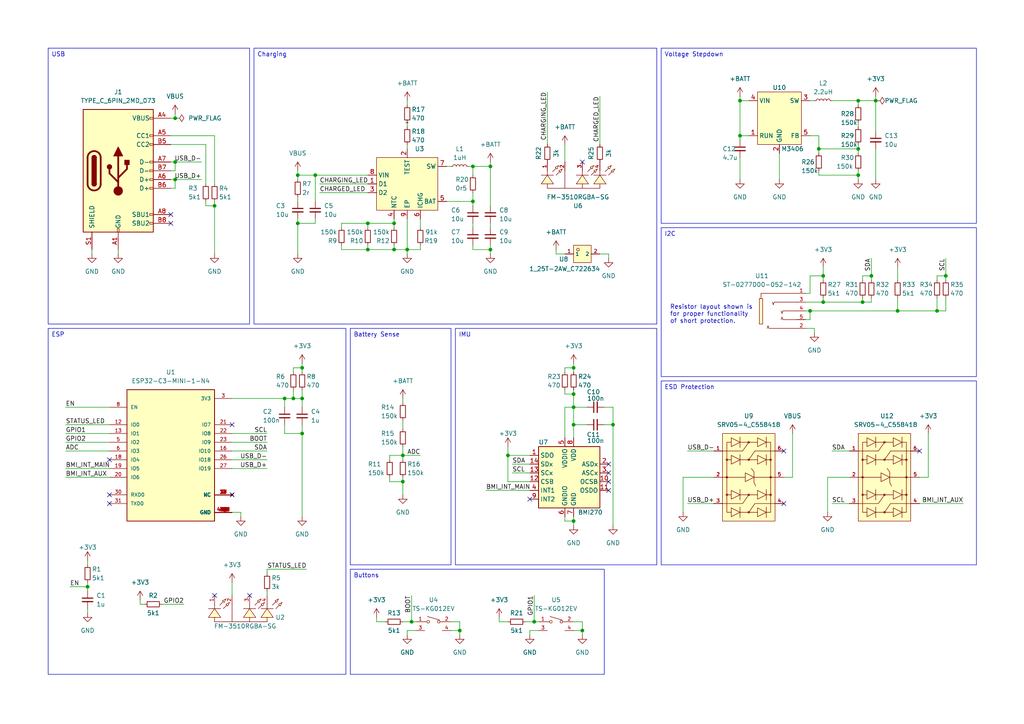
<source format=kicad_sch>
(kicad_sch (version 20230121) (generator eeschema)
  (paper "A4")
  (title_block (title "Lilypad") (rev "V5") (company "LilypadVR"))
  (junction (at 142.24 48.26))
  (junction (at 137.16 48.26))
  (junction (at 274.32 80.01))
  (junction (at 85.09 115.57))
  (junction (at 147.32 132.08))
  (junction (at 248.92 50.8))
  (junction (at 142.24 72.39))
  (junction (at 133.35 182.88))
  (junction (at 166.37 123.19))
  (junction (at 166.37 106.68))
  (junction (at 106.68 64.77))
  (junction (at 166.37 114.3))
  (junction (at 238.76 87.63))
  (junction (at 86.36 50.8))
  (junction (at 114.3 72.39))
  (junction (at 260.35 90.17))
  (junction (at 177.8 123.19))
  (junction (at 250.19 87.63))
  (junction (at 248.92 43.18))
  (junction (at 114.3 64.77))
  (junction (at 62.23 59.69))
  (junction (at 25.4 170.18))
  (junction (at 87.63 125.73))
  (junction (at 248.92 29.21))
  (junction (at 214.63 39.37))
  (junction (at 214.63 29.21))
  (junction (at 166.37 151.13))
  (junction (at 234.95 90.17))
  (junction (at 50.8 46.99))
  (junction (at 50.8 52.07))
  (junction (at 87.63 106.68))
  (junction (at 87.63 115.57))
  (junction (at 137.16 58.42))
  (junction (at 154.94 180.34))
  (junction (at 119.38 180.34))
  (junction (at 254 29.21))
  (junction (at 116.84 132.08))
  (junction (at 238.76 80.01))
  (junction (at 82.55 115.57))
  (junction (at 116.84 139.7))
  (junction (at 166.37 118.11))
  (junction (at 91.44 50.8))
  (junction (at 118.11 72.39))
  (junction (at 106.68 72.39))
  (junction (at 271.78 90.17))
  (junction (at 86.36 64.77))
  (junction (at 50.8 34.29))
  (junction (at 252.73 80.01))
  (junction (at 168.91 182.88))
  (junction (at 237.49 43.18))
  (no_connect (at 227.33 146.05))
  (no_connect (at 31.75 143.51))
  (no_connect (at 67.31 123.19))
  (no_connect (at 168.91 46.99))
  (no_connect (at 176.53 134.62))
  (no_connect (at 62.23 172.72))
  (no_connect (at 176.53 137.16))
  (no_connect (at 176.53 142.24))
  (no_connect (at 176.53 139.7))
  (no_connect (at 72.39 172.72))
  (no_connect (at 49.53 64.77))
  (no_connect (at 49.53 62.23))
  (no_connect (at 227.33 130.81))
  (no_connect (at 153.67 144.78))
  (no_connect (at 266.7 130.81))
  (no_connect (at 67.31 143.51))
  (no_connect (at 31.75 146.05))
  (no_connect (at 31.75 133.35))
  (wire (pts (xy 67.31 168.91) (xy 67.31 172.72)))
  (wire (pts (xy 144.78 179.07) (xy 144.78 180.34)))
  (wire (pts (xy 214.63 27.94) (xy 214.63 29.21)))
  (wire (pts (xy 163.83 151.13) (xy 166.37 151.13)))
  (wire (pts (xy 113.03 139.7) (xy 116.84 139.7)))
  (wire (pts (xy 118.11 182.88) (xy 118.11 184.15)))
  (wire (pts (xy 233.68 87.63) (xy 238.76 87.63)))
  (wire (pts (xy 77.47 128.27) (xy 67.31 128.27)))
  (wire (pts (xy 177.8 123.19) (xy 175.26 123.19)))
  (wire (pts (xy 166.37 151.13) (xy 166.37 152.4)))
  (wire (pts (xy 116.84 139.7) (xy 116.84 143.51)))
  (wire (pts (xy 163.83 151.13) (xy 163.83 149.86)))
  (wire (pts (xy 19.05 138.43) (xy 31.75 138.43)))
  (wire (pts (xy 119.38 180.34) (xy 120.65 180.34)))
  (wire (pts (xy 248.92 43.18) (xy 248.92 44.45)))
  (wire (pts (xy 34.29 73.66) (xy 34.29 72.39)))
  (wire (pts (xy 163.83 114.3) (xy 166.37 114.3)))
  (wire (pts (xy 234.95 80.01) (xy 238.76 80.01)))
  (wire (pts (xy 116.84 115.57) (xy 116.84 116.84)))
  (wire (pts (xy 199.39 146.05) (xy 207.01 146.05)))
  (wire (pts (xy 19.05 130.81) (xy 31.75 130.81)))
  (wire (pts (xy 274.32 90.17) (xy 271.78 90.17)))
  (wire (pts (xy 25.4 168.91) (xy 25.4 170.18)))
  (wire (pts (xy 229.87 138.43) (xy 227.33 138.43)))
  (wire (pts (xy 237.49 43.18) (xy 248.92 43.18)))
  (wire (pts (xy 113.03 139.7) (xy 113.03 138.43)))
  (wire (pts (xy 26.67 73.66) (xy 26.67 72.39)))
  (wire (pts (xy 91.44 58.42) (xy 91.44 50.8)))
  (wire (pts (xy 77.47 165.1) (xy 77.47 166.37)))
  (wire (pts (xy 153.67 182.88) (xy 156.21 182.88)))
  (wire (pts (xy 199.39 130.81) (xy 207.01 130.81)))
  (wire (pts (xy 154.94 172.72) (xy 154.94 180.34)))
  (wire (pts (xy 106.68 72.39) (xy 106.68 71.12)))
  (wire (pts (xy 147.32 129.54) (xy 147.32 132.08)))
  (wire (pts (xy 248.92 30.48) (xy 248.92 29.21)))
  (wire (pts (xy 91.44 63.5) (xy 91.44 64.77)))
  (wire (pts (xy 62.23 59.69) (xy 62.23 58.42)))
  (wire (pts (xy 252.73 74.93) (xy 252.73 80.01)))
  (wire (pts (xy 166.37 114.3) (xy 166.37 118.11)))
  (wire (pts (xy 147.32 132.08) (xy 153.67 132.08)))
  (wire (pts (xy 176.53 73.66) (xy 176.53 74.93)))
  (wire (pts (xy 234.95 85.09) (xy 234.95 80.01)))
  (wire (pts (xy 148.59 137.16) (xy 153.67 137.16)))
  (wire (pts (xy 163.83 118.11) (xy 163.83 127)))
  (wire (pts (xy 260.35 90.17) (xy 271.78 90.17)))
  (wire (pts (xy 152.4 180.34) (xy 154.94 180.34)))
  (wire (pts (xy 67.31 148.59) (xy 69.85 148.59)))
  (wire (pts (xy 87.63 105.41) (xy 87.63 106.68)))
  (wire (pts (xy 19.05 125.73) (xy 31.75 125.73)))
  (wire (pts (xy 274.32 74.93) (xy 274.32 80.01)))
  (wire (pts (xy 118.11 41.91) (xy 118.11 43.18)))
  (wire (pts (xy 87.63 113.03) (xy 87.63 115.57)))
  (wire (pts (xy 87.63 106.68) (xy 87.63 107.95)))
  (wire (pts (xy 274.32 80.01) (xy 271.78 80.01)))
  (wire (pts (xy 118.11 63.5) (xy 118.11 72.39)))
  (wire (pts (xy 118.11 182.88) (xy 120.65 182.88)))
  (wire (pts (xy 260.35 86.36) (xy 260.35 90.17)))
  (wire (pts (xy 130.81 182.88) (xy 133.35 182.88)))
  (wire (pts (xy 85.09 106.68) (xy 85.09 107.95)))
  (wire (pts (xy 77.47 133.35) (xy 67.31 133.35)))
  (wire (pts (xy 166.37 182.88) (xy 168.91 182.88)))
  (wire (pts (xy 226.06 44.45) (xy 226.06 52.07)))
  (wire (pts (xy 177.8 123.19) (xy 177.8 152.4)))
  (wire (pts (xy 238.76 80.01) (xy 238.76 81.28)))
  (wire (pts (xy 238.76 86.36) (xy 238.76 87.63)))
  (wire (pts (xy 86.36 64.77) (xy 86.36 73.66)))
  (wire (pts (xy 248.92 36.83) (xy 248.92 35.56)))
  (wire (pts (xy 166.37 105.41) (xy 166.37 106.68)))
  (wire (pts (xy 166.37 151.13) (xy 166.37 149.86)))
  (wire (pts (xy 241.3 146.05) (xy 246.38 146.05)))
  (wire (pts (xy 137.16 72.39) (xy 137.16 71.12)))
  (wire (pts (xy 106.68 64.77) (xy 114.3 64.77)))
  (wire (pts (xy 19.05 128.27) (xy 31.75 128.27)))
  (wire (pts (xy 25.4 162.56) (xy 25.4 163.83)))
  (wire (pts (xy 116.84 132.08) (xy 121.92 132.08)))
  (wire (pts (xy 137.16 59.69) (xy 137.16 58.42)))
  (wire (pts (xy 50.8 34.29) (xy 52.07 34.29)))
  (wire (pts (xy 147.32 132.08) (xy 147.32 139.7)))
  (wire (pts (xy 46.99 175.26) (xy 53.34 175.26)))
  (wire (pts (xy 86.36 64.77) (xy 91.44 64.77)))
  (wire (pts (xy 260.35 77.47) (xy 260.35 81.28)))
  (wire (pts (xy 158.75 26.67) (xy 158.75 41.91)))
  (wire (pts (xy 87.63 123.19) (xy 87.63 125.73)))
  (wire (pts (xy 106.68 72.39) (xy 114.3 72.39)))
  (wire (pts (xy 116.84 139.7) (xy 116.84 138.43)))
  (wire (pts (xy 133.35 184.15) (xy 133.35 182.88)))
  (wire (pts (xy 92.71 53.34) (xy 106.68 53.34)))
  (wire (pts (xy 82.55 118.11) (xy 82.55 115.57)))
  (wire (pts (xy 87.63 118.11) (xy 87.63 115.57)))
  (wire (pts (xy 271.78 90.17) (xy 271.78 86.36)))
  (wire (pts (xy 240.03 148.59) (xy 240.03 138.43)))
  (wire (pts (xy 99.06 64.77) (xy 106.68 64.77)))
  (wire (pts (xy 85.09 115.57) (xy 87.63 115.57)))
  (wire (pts (xy 147.32 180.34) (xy 144.78 180.34)))
  (wire (pts (xy 248.92 29.21) (xy 254 29.21)))
  (wire (pts (xy 50.8 34.29) (xy 49.53 34.29)))
  (wire (pts (xy 163.83 118.11) (xy 166.37 118.11)))
  (wire (pts (xy 237.49 50.8) (xy 237.49 49.53)))
  (wire (pts (xy 241.3 29.21) (xy 248.92 29.21)))
  (wire (pts (xy 114.3 72.39) (xy 118.11 72.39)))
  (wire (pts (xy 229.87 125.73) (xy 229.87 138.43)))
  (wire (pts (xy 252.73 87.63) (xy 250.19 87.63)))
  (wire (pts (xy 153.67 182.88) (xy 153.67 184.15)))
  (wire (pts (xy 82.55 125.73) (xy 87.63 125.73)))
  (wire (pts (xy 176.53 73.66) (xy 173.99 73.66)))
  (wire (pts (xy 137.16 58.42) (xy 129.54 58.42)))
  (wire (pts (xy 234.95 92.71) (xy 233.68 92.71)))
  (wire (pts (xy 118.11 72.39) (xy 121.92 72.39)))
  (wire (pts (xy 234.95 29.21) (xy 236.22 29.21)))
  (wire (pts (xy 237.49 39.37) (xy 237.49 43.18)))
  (wire (pts (xy 20.32 170.18) (xy 25.4 170.18)))
  (wire (pts (xy 62.23 73.66) (xy 62.23 59.69)))
  (wire (pts (xy 166.37 123.19) (xy 170.18 123.19)))
  (wire (pts (xy 82.55 115.57) (xy 85.09 115.57)))
  (wire (pts (xy 214.63 45.72) (xy 214.63 52.07)))
  (wire (pts (xy 248.92 52.07) (xy 248.92 50.8)))
  (wire (pts (xy 99.06 72.39) (xy 99.06 71.12)))
  (wire (pts (xy 214.63 29.21) (xy 217.17 29.21)))
  (wire (pts (xy 234.95 90.17) (xy 233.68 90.17)))
  (wire (pts (xy 137.16 66.04) (xy 137.16 64.77)))
  (wire (pts (xy 119.38 172.72) (xy 119.38 180.34)))
  (wire (pts (xy 142.24 48.26) (xy 137.16 48.26)))
  (wire (pts (xy 254 29.21) (xy 254 38.1)))
  (wire (pts (xy 86.36 57.15) (xy 86.36 58.42)))
  (wire (pts (xy 114.3 72.39) (xy 114.3 71.12)))
  (wire (pts (xy 50.8 49.53) (xy 49.53 49.53)))
  (wire (pts (xy 50.8 46.99) (xy 50.8 49.53)))
  (wire (pts (xy 59.69 53.34) (xy 59.69 41.91)))
  (wire (pts (xy 177.8 118.11) (xy 175.26 118.11)))
  (wire (pts (xy 25.4 170.18) (xy 25.4 171.45)))
  (wire (pts (xy 106.68 64.77) (xy 106.68 66.04)))
  (wire (pts (xy 99.06 72.39) (xy 106.68 72.39)))
  (wire (pts (xy 118.11 29.21) (xy 118.11 30.48)))
  (wire (pts (xy 163.83 114.3) (xy 163.83 113.03)))
  (wire (pts (xy 113.03 132.08) (xy 116.84 132.08)))
  (wire (pts (xy 49.53 39.37) (xy 62.23 39.37)))
  (wire (pts (xy 85.09 115.57) (xy 85.09 113.03)))
  (wire (pts (xy 116.84 132.08) (xy 116.84 133.35)))
  (wire (pts (xy 137.16 55.88) (xy 137.16 58.42)))
  (wire (pts (xy 234.95 85.09) (xy 233.68 85.09)))
  (wire (pts (xy 237.49 43.18) (xy 237.49 44.45)))
  (wire (pts (xy 237.49 50.8) (xy 248.92 50.8)))
  (wire (pts (xy 67.31 115.57) (xy 82.55 115.57)))
  (wire (pts (xy 118.11 73.66) (xy 118.11 72.39)))
  (wire (pts (xy 137.16 48.26) (xy 135.89 48.26)))
  (wire (pts (xy 58.42 46.99) (xy 50.8 46.99)))
  (wire (pts (xy 166.37 118.11) (xy 166.37 123.19)))
  (wire (pts (xy 252.73 80.01) (xy 252.73 81.28)))
  (wire (pts (xy 260.35 90.17) (xy 234.95 90.17)))
  (wire (pts (xy 250.19 86.36) (xy 250.19 87.63)))
  (wire (pts (xy 86.36 50.8) (xy 86.36 52.07)))
  (wire (pts (xy 77.47 125.73) (xy 67.31 125.73)))
  (wire (pts (xy 130.81 48.26) (xy 129.54 48.26)))
  (wire (pts (xy 137.16 50.8) (xy 137.16 48.26)))
  (wire (pts (xy 214.63 39.37) (xy 217.17 39.37)))
  (wire (pts (xy 236.22 95.25) (xy 233.68 95.25)))
  (wire (pts (xy 198.12 148.59) (xy 198.12 138.43)))
  (wire (pts (xy 59.69 59.69) (xy 59.69 58.42)))
  (wire (pts (xy 50.8 52.07) (xy 49.53 52.07)))
  (wire (pts (xy 133.35 180.34) (xy 133.35 182.88)))
  (wire (pts (xy 271.78 80.01) (xy 271.78 81.28)))
  (wire (pts (xy 99.06 66.04) (xy 99.06 64.77)))
  (wire (pts (xy 234.95 90.17) (xy 234.95 92.71)))
  (wire (pts (xy 109.22 180.34) (xy 111.76 180.34)))
  (wire (pts (xy 114.3 66.04) (xy 114.3 64.77)))
  (wire (pts (xy 168.91 184.15) (xy 168.91 182.88)))
  (wire (pts (xy 269.24 125.73) (xy 269.24 138.43)))
  (wire (pts (xy 58.42 52.07) (xy 50.8 52.07)))
  (wire (pts (xy 116.84 121.92) (xy 116.84 124.46)))
  (wire (pts (xy 252.73 86.36) (xy 252.73 87.63)))
  (wire (pts (xy 113.03 132.08) (xy 113.03 133.35)))
  (wire (pts (xy 91.44 50.8) (xy 86.36 50.8)))
  (wire (pts (xy 163.83 106.68) (xy 163.83 107.95)))
  (wire (pts (xy 86.36 63.5) (xy 86.36 64.77)))
  (wire (pts (xy 238.76 87.63) (xy 250.19 87.63)))
  (wire (pts (xy 154.94 180.34) (xy 156.21 180.34)))
  (wire (pts (xy 254 27.94) (xy 254 29.21)))
  (wire (pts (xy 238.76 77.47) (xy 238.76 80.01)))
  (wire (pts (xy 269.24 138.43) (xy 266.7 138.43)))
  (wire (pts (xy 92.71 55.88) (xy 106.68 55.88)))
  (wire (pts (xy 163.83 106.68) (xy 166.37 106.68)))
  (wire (pts (xy 168.91 180.34) (xy 168.91 182.88)))
  (wire (pts (xy 50.8 54.61) (xy 49.53 54.61)))
  (wire (pts (xy 248.92 49.53) (xy 248.92 50.8)))
  (wire (pts (xy 236.22 96.52) (xy 236.22 95.25)))
  (wire (pts (xy 59.69 59.69) (xy 62.23 59.69)))
  (wire (pts (xy 163.83 41.91) (xy 163.83 46.99)))
  (wire (pts (xy 250.19 80.01) (xy 250.19 81.28)))
  (wire (pts (xy 166.37 180.34) (xy 168.91 180.34)))
  (wire (pts (xy 140.97 142.24) (xy 153.67 142.24)))
  (wire (pts (xy 279.4 146.05) (xy 266.7 146.05)))
  (wire (pts (xy 274.32 86.36) (xy 274.32 90.17)))
  (wire (pts (xy 49.53 41.91) (xy 59.69 41.91)))
  (wire (pts (xy 153.67 139.7) (xy 147.32 139.7)))
  (wire (pts (xy 116.84 180.34) (xy 119.38 180.34)))
  (wire (pts (xy 148.59 134.62) (xy 153.67 134.62)))
  (wire (pts (xy 86.36 49.53) (xy 86.36 50.8)))
  (wire (pts (xy 19.05 118.11) (xy 31.75 118.11)))
  (wire (pts (xy 62.23 53.34) (xy 62.23 39.37)))
  (wire (pts (xy 250.19 80.01) (xy 252.73 80.01)))
  (wire (pts (xy 166.37 123.19) (xy 166.37 127)))
  (wire (pts (xy 114.3 64.77) (xy 114.3 63.5)))
  (wire (pts (xy 19.05 135.89) (xy 31.75 135.89)))
  (wire (pts (xy 77.47 130.81) (xy 67.31 130.81)))
  (wire (pts (xy 50.8 52.07) (xy 50.8 54.61)))
  (wire (pts (xy 170.18 118.11) (xy 166.37 118.11)))
  (wire (pts (xy 50.8 33.02) (xy 50.8 34.29)))
  (wire (pts (xy 118.11 35.56) (xy 118.11 36.83)))
  (wire (pts (xy 85.09 106.68) (xy 87.63 106.68)))
  (wire (pts (xy 121.92 66.04) (xy 121.92 63.5)))
  (wire (pts (xy 87.63 125.73) (xy 87.63 149.86)))
  (wire (pts (xy 177.8 118.11) (xy 177.8 123.19)))
  (wire (pts (xy 142.24 59.69) (xy 142.24 48.26)))
  (wire (pts (xy 214.63 29.21) (xy 214.63 39.37)))
  (wire (pts (xy 142.24 72.39) (xy 142.24 71.12)))
  (wire (pts (xy 248.92 43.18) (xy 248.92 41.91)))
  (wire (pts (xy 241.3 130.81) (xy 246.38 130.81)))
  (wire (pts (xy 166.37 114.3) (xy 166.37 113.03)))
  (wire (pts (xy 198.12 138.43) (xy 207.01 138.43)))
  (wire (pts (xy 166.37 106.68) (xy 166.37 107.95)))
  (wire (pts (xy 109.22 179.07) (xy 109.22 180.34)))
  (wire (pts (xy 214.63 40.64) (xy 214.63 39.37)))
  (wire (pts (xy 173.99 27.94) (xy 173.99 41.91)))
  (wire (pts (xy 41.91 175.26) (xy 40.64 175.26)))
  (wire (pts (xy 130.81 180.34) (xy 133.35 180.34)))
  (wire (pts (xy 82.55 125.73) (xy 82.55 123.19)))
  (wire (pts (xy 116.84 129.54) (xy 116.84 132.08)))
  (wire (pts (xy 254 43.18) (xy 254 52.07)))
  (wire (pts (xy 25.4 176.53) (xy 25.4 177.8)))
  (wire (pts (xy 142.24 46.99) (xy 142.24 48.26)))
  (wire (pts (xy 77.47 135.89) (xy 67.31 135.89)))
  (wire (pts (xy 40.64 173.99) (xy 40.64 175.26)))
  (wire (pts (xy 240.03 138.43) (xy 246.38 138.43)))
  (wire (pts (xy 19.05 123.19) (xy 31.75 123.19)))
  (wire (pts (xy 91.44 50.8) (xy 106.68 50.8)))
  (wire (pts (xy 77.47 171.45) (xy 77.47 172.72)))
  (wire (pts (xy 142.24 72.39) (xy 137.16 72.39)))
  (wire (pts (xy 142.24 73.66) (xy 142.24 72.39)))
  (wire (pts (xy 142.24 66.04) (xy 142.24 64.77)))
  (wire (pts (xy 121.92 71.12) (xy 121.92 72.39)))
  (wire (pts (xy 88.9 165.1) (xy 77.47 165.1)))
  (wire (pts (xy 274.32 81.28) (xy 274.32 80.01)))
  (wire (pts (xy 69.85 148.59) (xy 69.85 149.86)))
  (wire (pts (xy 161.29 73.66) (xy 161.29 72.39)))
  (wire (pts (xy 234.95 39.37) (xy 237.49 39.37)))
  (wire (pts (xy 161.29 73.66) (xy 163.83 73.66)))
  (wire (pts (xy 50.8 46.99) (xy 49.53 46.99)))
  (text_box "Voltage Stepdown" (at 191.77 13.97 0) (size 91.44 50.8) (effects (font (size 1.27 1.27)) (justify left top)))
  (text_box "ESP" (at 13.97 95.25 0) (size 86.36 100.33) (effects (font (size 1.27 1.27)) (justify left top)))
  (text_box "USB" (at 13.97 13.97 0) (size 58.42 80.01) (effects (font (size 1.27 1.27)) (justify left top)))
  (text_box "Battery Sense" (at 101.6 95.25 0) (size 29.21 68.58) (effects (font (size 1.27 1.27)) (justify left top)))
  (text_box "ESD Protection" (at 191.77 110.49 0) (size 91.44 53.34) (effects (font (size 1.27 1.27)) (justify left top)))
  (text_box "Buttons" (at 101.6 165.1 0) (size 73.66 30.48) (effects (font (size 1.27 1.27)) (justify left top)))
  (text_box "IMU" (at 132.08 95.25 0) (size 58.42 68.58) (effects (font (size 1.27 1.27)) (justify left top)))
  (text_box "Charging" (at 73.66 13.97 0) (size 116.84 80.01) (effects (font (size 1.27 1.27)) (justify left top)))
  (text_box "I2C" (at 191.77 66.04 0) (size 91.44 43.18) (effects (font (size 1.27 1.27)) (justify left top)))
  (text "Resistor layout shown is\nfor proper functionality\nof short protection." (at 194.31 93.98 0) (effects (font (size 1.27 1.27)) (justify left bottom)))
  (label "SCL" (at 241.3 146.05 0))
  (label "SDA" (at 252.73 74.93 270))
  (label "USB_D+" (at 77.47 135.89 180))
  (label "GPIO1" (at 154.94 172.72 270))
  (label "BMI_INT_AUX" (at 19.05 138.43 0))
  (label "CHARGING_LED" (at 158.75 26.67 270))
  (label "ADC" (at 19.05 130.81 0))
  (label "EN" (at 19.05 118.11 0))
  (label "CHARGED_LED" (at 173.99 27.94 270))
  (label "BMI_INT_AUX" (at 279.4 146.05 180))
  (label "SCL" (at 148.59 137.16 0))
  (label "STATUS_LED" (at 19.05 123.19 0))
  (label "GPIO2" (at 53.34 175.26 180))
  (label "USB_D+" (at 58.42 52.07 180))
  (label "BOOT" (at 77.47 128.27 180))
  (label "SDA" (at 77.47 130.81 180))
  (label "SDA" (at 241.3 130.81 0))
  (label "EN" (at 20.32 170.18 0))
  (label "BMI_INT_MAIN" (at 19.05 135.89 0))
  (label "CHARGED_LED" (at 92.71 55.88 0))
  (label "STATUS_LED" (at 88.9 165.1 180))
  (label "USB_D-" (at 77.47 133.35 180))
  (label "SDA" (at 148.59 134.62 0))
  (label "BMI_INT_MAIN" (at 140.97 142.24 0))
  (label "USB_D-" (at 199.39 130.81 0))
  (label "SCL" (at 274.32 74.93 270))
  (label "USB_D+" (at 199.39 146.05 0))
  (label "CHARGING_LED" (at 92.71 53.34 0))
  (label "GPIO1" (at 19.05 125.73 0))
  (label "ADC" (at 121.92 132.08 180))
  (label "SCL" (at 77.47 125.73 180))
  (label "GPIO2" (at 19.05 128.27 0))
  (label "BOOT" (at 119.38 172.72 270))
  (label "USB_D-" (at 58.42 46.99 180))
  (symbol (lib_id "CosmicLSM_Symbols:R_Small") (at 248.92 39.37 0) (unit 1)
    (property "Reference" "R29" (at 243.84 39.37 0) (effects (justify left)))
    (property "Value" "150k" (at 243.84 41.91 0) (effects (justify left)))
    (property "Footprint" "Resistor_SMD:R_0603_1608Metric" (effects hide))
  )
  (symbol (lib_id "Device:R_Small") (at 62.23 55.88 0) (unit 1)
    (property "Reference" "R4" (at 63.5 54.61 0) (effects (justify left)))
    (property "Value" "5k1" (at 63.5 57.15 0) (effects (justify left)))
    (property "Footprint" "Resistor_SMD:R_0603_1608Metric" (effects hide))
  )
  (symbol (lib_id "power:GND") (at 86.36 73.66 0) (unit 1)
    (property "Reference" "#PWR011" (effects hide))
    (property "Value" "GND" (at 86.36 78.74 0))
  )
  (symbol (lib_id "CosmicLSM_Symbols:C_Small") (at 142.24 68.58 0) (unit 1)
    (property "Reference" "C9" (at 144.78 67.31 0) (effects (justify left)))
    (property "Value" "10u" (at 144.78 69.85 0) (effects (justify left)))
    (property "Footprint" "Capacitor_SMD:C_0603_1608Metric" (effects hide))
  )
  (symbol (lib_id "power:GND") (at 240.03 148.59 0) (unit 1)
    (property "Reference" "#PWR040" (effects hide))
    (property "Value" "GND" (at 240.03 153.67 0))
  )
  (symbol (lib_id "ST-0277D00-052-142:ST-0277D00-052-142") (at 226.06 90.17 0) (unit 1)
    (property "Reference" "U11" (at 220.98 80.01 0))
    (property "Value" "ST-0277D00-052-142" (at 220.98 82.55 0))
    (property "Footprint" "AUDIO-TH_ST-0277D00-052-142:AUDIO-TH_ST-0277D00-052-142" (effects hide))
    (property "Datasheet" "https://atta.szlcsc.com/upload/public/pdf/source/20210607/C2837093_134E5EEC9FBC55D9B4DB711D58728EAE.pdf" (effects hide))
    (property "LCSC" "C2837093" (effects hide))
  )
  (symbol (lib_id "power:+BATT") (at 118.11 29.21 0) (unit 1)
    (property "Reference" "#PWR017" (effects hide))
    (property "Value" "+BATT" (at 118.11 24.13 0))
  )
  (symbol (lib_id "power:VBUS") (at 86.36 49.53 0) (unit 1)
    (property "Reference" "#PWR010" (effects hide))
    (property "Value" "VBUS" (at 86.36 44.45 0))
  )
  (symbol (lib_id "power:GND") (at 198.12 148.59 0) (unit 1)
    (property "Reference" "#PWR033" (effects hide))
    (property "Value" "GND" (at 198.12 153.67 0))
  )
  (symbol (lib_id "power:GND") (at 118.11 184.15 0) (unit 1)
    (property "Reference" "#PWR019" (effects hide))
    (property "Value" "GND" (at 118.11 189.23 0))
  )
  (symbol (lib_id "CosmicLSM_Symbols:IP2312") (at 118.11 35.56 0) (unit 1)
    (property "Reference" "U3" (at 120.3041 43.18 0) (effects (justify left)))
    (property "Value" "~" (at 118.11 35.56 0))
    (property "Footprint" "ESOP-8_L4.9-W3.9-P1.27-LS6.0-BL-EP:ESOP-8_L4.9-W3.9-P1.27-LS6.0-BL-EP" (effects hide))
  )
  (symbol (lib_id "CosmicLSM_Symbols:R_Small") (at 114.3 68.58 180) (unit 1)
    (property "Reference" "R12" (at 113.03 69.85 0) (effects (justify left)))
    (property "Value" "150k" (at 113.03 67.31 0) (effects (justify left)))
    (property "Footprint" "Resistor_SMD:R_0603_1608Metric" (effects hide))
  )
  (symbol (lib_id "power:PWR_FLAG") (at 254 29.21 270) (unit 1)
    (property "Reference" "#FLG02" (effects hide))
    (property "Value" "PWR_FLAG" (at 256.54 29.21 90) (effects (justify left)))
  )
  (symbol (lib_id "TS-KG012EV:TS-KG012EV") (at 161.29 180.34 0) (unit 1)
    (property "Reference" "U5" (at 161.29 173.99 0))
    (property "Value" "TS-KG012EV" (at 161.29 176.53 0))
    (property "Footprint" "SW-SMD_TS-KG012EV:SW-SMD_TS-KG012EV" (effects hide))
    (property "Datasheet" "https://item.szlcsc.com/400806.html" (effects hide))
    (property "LCSC" "C410363" (effects hide))
  )
  (symbol (lib_id "power:+BATT") (at 163.83 41.91 0) (unit 1)
    (property "Reference" "#PWR027" (effects hide))
    (property "Value" "+BATT" (at 163.83 36.83 0))
  )
  (symbol (lib_id "CosmicLSM_Symbols:C_Small") (at 172.72 123.19 90) (unit 1)
    (property "Reference" "C11" (at 174.074 126.0492 90) (effects (justify left)))
    (property "Value" "100n" (at 175.2502 127.8135 90) (effects (justify left)))
    (property "Footprint" "Capacitor_SMD:C_0603_1608Metric" (effects hide))
  )
  (symbol (lib_id "power:GND") (at 69.85 149.86 0) (unit 1)
    (property "Reference" "#PWR09" (effects hide))
    (property "Value" "GND" (at 69.85 154.94 0))
  )
  (symbol (lib_id "CosmicLSM_Symbols:C_Small") (at 137.16 62.23 0) (unit 1)
    (property "Reference" "C6" (at 130.81 60.96 0) (effects (justify left)))
    (property "Value" "10u" (at 130.81 63.5 0) (effects (justify left)))
    (property "Footprint" "Capacitor_SMD:C_0603_1608Metric" (effects hide))
  )
  (symbol (lib_id "CosmicLSM_Symbols:R_Small") (at 116.84 119.38 0) (unit 1)
    (property "Reference" "R14" (at 110.49 118.11 0) (effects (justify left)))
    (property "Value" "150k" (at 110.49 120.65 0) (effects (justify left)))
    (property "Footprint" "Resistor_SMD:R_0603_1608Metric" (effects hide))
  )
  (symbol (lib_id "CosmicLSM_Symbols:R_Small") (at 99.06 68.58 180) (unit 1)
    (property "Reference" "R9" (at 97.79 69.85 0) (effects (justify left)))
    (property "Value" "150k" (at 97.79 67.31 0) (effects (justify left)))
    (property "Footprint" "Resistor_SMD:R_0603_1608Metric" (effects hide))
  )
  (symbol (lib_id "power:+3V3") (at 87.63 105.41 0) (unit 1)
    (property "Reference" "#PWR012" (effects hide))
    (property "Value" "+3V3" (at 87.63 100.33 0))
  )
  (symbol (lib_id "SRV05-4_C558418:SRV05-4_C558418") (at 256.54 138.43 270) (unit 1)
    (property "Reference" "U12" (at 255.27 120.65 90) (effects (justify left)))
    (property "Value" "SRV05-4_C558418" (at 247.65 123.19 90) (effects (justify left)))
    (property "Footprint" "SOT-23-6_L2.9-W1.6-P0.95-LS2.8-BL:SOT-23-6_L2.9-W1.6-P0.95-LS2.8-BL" (effects hide))
    (property "Datasheet" "https://item.szlcsc.com/169042.html" (effects hide))
    (property "LCSC" "C558418" (effects hide))
  )
  (symbol (lib_id "CosmicLSM_Symbols:C_Small") (at 254 40.64 0) (unit 1)
    (property "Reference" "C13" (at 256.54 39.37 0) (effects (justify left)))
    (property "Value" "10u" (at 256.54 41.91 0) (effects (justify left)))
    (property "Footprint" "Capacitor_SMD:C_0603_1608Metric" (effects hide))
  )
  (symbol (lib_id "power:GND") (at 133.35 184.15 0) (unit 1)
    (property "Reference" "#PWR020" (effects hide))
    (property "Value" "GND" (at 133.35 189.23 0))
  )
  (symbol (lib_id "Device:R_Small") (at 173.99 44.45 180) (unit 1)
    (property "Reference" "R25" (at 171.45 44.45 90))
    (property "Value" "3k" (at 176.53 44.45 90))
    (property "Footprint" "Resistor_SMD:R_0603_1608Metric" (effects hide))
  )
  (symbol (lib_id "power:+3V3") (at 67.31 168.91 0) (unit 1)
    (property "Reference" "#PWR08" (effects hide))
    (property "Value" "+3V3" (at 67.31 163.83 0))
  )
  (symbol (lib_id "CosmicLSM_Symbols:M3406") (at 226.06 34.29 0) (unit 1)
    (property "Reference" "U10" (at 226.06 25.4 0))
    (property "Value" "M3406" (at 229.87 43.18 0))
    (property "Footprint" "Package_TO_SOT_SMD:SOT-23-5" (effects hide))
    (property "Datasheet" "https://datasheet.lcsc.com/lcsc/1811151539_XI-AN-Aerosemi-Tech-M3406-ADJ_C83224.pdf" (effects hide))
    (property "LCSC" "C83224" (effects hide))
  )
  (symbol (lib_id "power:+3V3") (at 40.64 173.99 0) (unit 1)
    (property "Reference" "#PWR05" (effects hide))
    (property "Value" "+3V3" (at 40.64 168.91 0))
  )
  (symbol (lib_id "CosmicLSM_Symbols:R_Small") (at 248.92 33.02 0) (unit 1)
    (property "Reference" "R28" (at 243.84 33.02 0) (effects (justify left)))
    (property "Value" "150k" (at 243.84 35.56 0) (effects (justify left)))
    (property "Footprint" "Resistor_SMD:R_0603_1608Metric" (effects hide))
  )
  (symbol (lib_id "power:VBUS") (at 229.87 125.73 0) (unit 1)
    (property "Reference" "#PWR037" (effects hide))
    (property "Value" "VBUS" (at 229.87 120.65 0))
  )
  (symbol (lib_id "power:GND") (at 254 52.07 0) (unit 1)
    (property "Reference" "#PWR043" (effects hide))
    (property "Value" "GND" (at 254 57.15 0))
  )
  (symbol (lib_id "CosmicLSM_Symbols:C_Small") (at 91.44 60.96 0) (unit 1)
    (property "Reference" "C5" (at 93.98 59.69 0) (effects (justify left)))
    (property "Value" "10u" (at 93.98 62.23 0) (effects (justify left)))
    (property "Footprint" "Capacitor_SMD:C_0603_1608Metric" (effects hide))
  )
  (symbol (lib_id "power:GND") (at 116.84 143.51 0) (unit 1)
    (property "Reference" "#PWR016" (effects hide))
    (property "Value" "GND" (at 116.84 148.59 0))
  )
  (symbol (lib_id "power:GND") (at 87.63 149.86 0) (unit 1)
    (property "Reference" "#PWR013" (effects hide))
    (property "Value" "GND" (at 87.63 154.94 0))
  )
  (symbol (lib_id "CosmicLSM_Symbols:R_Small") (at 149.86 180.34 270) (unit 1)
    (property "Reference" "R21" (at 149.86 177.8 90))
    (property "Value" "5k1" (at 149.86 182.88 90))
    (property "Footprint" "Resistor_SMD:R_0603_1608Metric" (effects hide))
  )
  (symbol (lib_id "CosmicLSM_Symbols:R_Small") (at 260.35 83.82 0) (unit 1)
    (property "Reference" "R33" (at 261.62 82.55 0) (effects (justify left)))
    (property "Value" "5k1" (at 261.62 85.09 0) (effects (justify left)))
    (property "Footprint" "Resistor_SMD:R_0603_1608Metric" (effects hide))
  )
  (symbol (lib_id "power:VBUS") (at 50.8 33.02 0) (unit 1)
    (property "Reference" "#PWR06" (effects hide))
    (property "Value" "VBUS" (at 50.8 27.94 0))
  )
  (symbol (lib_id "CosmicLSM_Symbols:R_Small") (at 86.36 54.61 0) (unit 1)
    (property "Reference" "R7" (at 87.63 53.34 0) (effects (justify left)))
    (property "Value" "2r" (at 87.63 55.88 0) (effects (justify left)))
    (property "Footprint" "Resistor_SMD:R_0603_1608Metric" (effects hide))
  )
  (symbol (lib_id "CosmicLSM_Symbols:R_Small") (at 237.49 46.99 0) (unit 1)
    (property "Reference" "R26" (at 232.41 46.99 0) (effects (justify left)))
    (property "Value" "150k" (at 232.41 49.53 0) (effects (justify left)))
    (property "Footprint" "Resistor_SMD:R_0603_1608Metric" (effects hide))
  )
  (symbol (lib_id "CosmicLSM_Symbols:R_Small") (at 113.03 135.89 0) (unit 1)
    (property "Reference" "R11" (at 106.68 134.62 0) (effects (justify left)))
    (property "Value" "150k" (at 106.68 137.16 0) (effects (justify left)))
    (property "Footprint" "Resistor_SMD:R_0603_1608Metric" (effects hide))
  )
  (symbol (lib_id "FM-3510RGBA-SG:FM-3510RGBA-SG") (at 69.85 177.8 180) (unit 1)
    (property "Reference" "U2" (at 81.28 179.07 0))
    (property "Value" "FM-3510RGBA-SG" (at 71.12 181.61 0))
    (property "Footprint" "LED-SMD_FM-3510RGBA-SG:LED-SMD_FM-3510RGBA-SG" (effects hide))
    (property "Datasheet" "https://item.szlcsc.com/775226.html" (effects hide))
    (property "LCSC" "C727903" (effects hide))
  )
  (symbol (lib_id "Device:C_Small") (at 82.55 120.65 0) (unit 1)
    (property "Reference" "C2" (at 76.2 119.38 0) (effects (justify left)))
    (property "Value" "100n" (at 76.2 121.92 0) (effects (justify left)))
    (property "Footprint" "Capacitor_SMD:C_0603_1608Metric" (effects hide))
  )
  (symbol (lib_id "CosmicLSM_Symbols:R_Small") (at 116.84 127 0) (unit 1)
    (property "Reference" "R15" (at 110.49 125.73 0) (effects (justify left)))
    (property "Value" "150k" (at 110.49 128.27 0) (effects (justify left)))
    (property "Footprint" "Resistor_SMD:R_0603_1608Metric" (effects hide))
  )
  (symbol (lib_id "CosmicLSM_Symbols:R_Small") (at 274.32 83.82 0) (unit 1)
    (property "Reference" "R35" (at 275.59 82.55 0) (effects (justify left)))
    (property "Value" "470" (at 275.59 85.09 0) (effects (justify left)))
    (property "Footprint" "Resistor_SMD:R_0603_1608Metric" (effects hide))
  )
  (symbol (lib_id "CosmicLSM_Symbols:C_Small") (at 172.72 118.11 90) (unit 1)
    (property "Reference" "C10" (at 174.0782 113.6893 90) (effects (justify left)))
    (property "Value" "100n" (at 175.26 115.57 90) (effects (justify left)))
    (property "Footprint" "Capacitor_SMD:C_0603_1608Metric" (effects hide))
  )
  (symbol (lib_id "power:GND") (at 142.24 73.66 0) (unit 1)
    (property "Reference" "#PWR022" (effects hide))
    (property "Value" "GND" (at 142.24 78.74 0))
  )
  (symbol (lib_id "CosmicLSM_Symbols:C_Small") (at 137.16 68.58 0) (unit 1)
    (property "Reference" "C7" (at 130.81 67.31 0) (effects (justify left)))
    (property "Value" "10u" (at 130.81 69.85 0) (effects (justify left)))
    (property "Footprint" "Capacitor_SMD:C_0603_1608Metric" (effects hide))
  )
  (symbol (lib_id "CosmicLSM_Symbols:R_Small") (at 44.45 175.26 270) (unit 1)
    (property "Reference" "R2" (at 44.45 172.72 90))
    (property "Value" "5k1" (at 44.45 177.8 90))
    (property "Footprint" "Resistor_SMD:R_0603_1608Metric" (effects hide))
  )
  (symbol (lib_id "Connector:USB_C_Receptacle_USB2.0") (at 34.29 49.53 0) (unit 1)
    (property "Reference" "J1" (at 34.29 26.67 0))
    (property "Value" "TYPE_C_6PIN_2MD_073" (at 34.29 29.21 0))
    (property "Footprint" "USB-C-SMD_TYPE-C-6PIN-2MD-073:USB-C-SMD_TYPE-C-6PIN-2MD-073" (effects hide))
    (property "Datasheet" "https://www.usb.org/sites/default/files/documents/usb_type-c.zip" (effects hide))
  )
  (symbol (lib_id "power:GND") (at 62.23 73.66 0) (unit 1)
    (property "Reference" "#PWR07" (effects hide))
    (property "Value" "GND" (at 62.23 78.74 0))
  )
  (symbol (lib_id "CosmicLSM_Symbols:R_Small") (at 106.68 68.58 180) (unit 1)
    (property "Reference" "R10" (at 105.41 69.85 0) (effects (justify left)))
    (property "Value" "150k" (at 105.41 67.31 0) (effects (justify left)))
    (property "Footprint" "Resistor_SMD:R_0603_1608Metric" (effects hide))
  )
  (symbol (lib_id "power:+3V3") (at 254 27.94 0) (unit 1)
    (property "Reference" "#PWR042" (effects hide))
    (property "Value" "+3V3" (at 254 22.86 0))
  )
  (symbol (lib_id "power:+3V3") (at 269.24 125.73 0) (unit 1)
    (property "Reference" "#PWR045" (effects hide))
    (property "Value" "+3V3" (at 269.24 120.65 0))
  )
  (symbol (lib_id "CosmicLSM_Symbols:R_Small") (at 25.4 166.37 0) (unit 1)
    (property "Reference" "R1" (at 26.67 165.1 0) (effects (justify left)))
    (property "Value" "5k1" (at 26.67 167.64 0) (effects (justify left)))
    (property "Footprint" "Resistor_SMD:R_0603_1608Metric" (effects hide))
  )
  (symbol (lib_id "power:GND") (at 26.67 73.66 0) (unit 1)
    (property "Reference" "#PWR03" (effects hide))
    (property "Value" "GND" (at 26.67 78.74 0))
  )
  (symbol (lib_id "power:GND") (at 118.11 73.66 0) (unit 1)
    (property "Reference" "#PWR018" (effects hide))
    (property "Value" "GND" (at 118.11 78.74 0))
  )
  (symbol (lib_id "power:GND") (at 25.4 177.8 0) (unit 1)
    (property "Reference" "#PWR02" (effects hide))
    (property "Value" "GND" (at 25.4 182.88 0))
  )
  (symbol (lib_id "Device:R_Small") (at 158.75 44.45 180) (unit 1)
    (property "Reference" "R22" (at 156.21 44.45 90))
    (property "Value" "3k" (at 161.29 44.45 90))
    (property "Footprint" "Resistor_SMD:R_0603_1608Metric" (effects hide))
  )
  (symbol (lib_id "power:+3V3") (at 238.76 77.47 0) (unit 1)
    (property "Reference" "#PWR039" (effects hide))
    (property "Value" "+3V3" (at 238.76 72.39 0))
  )
  (symbol (lib_id "power:GND") (at 177.8 152.4 0) (unit 1)
    (property "Reference" "#PWR032" (effects hide))
    (property "Value" "GND" (at 177.8 157.48 0))
  )
  (symbol (lib_id "CosmicLSM_Symbols:R_Small") (at 118.11 33.02 0) (unit 1)
    (property "Reference" "R17" (at 119.38 31.75 0) (effects (justify left)))
    (property "Value" "470" (at 119.38 34.29 0) (effects (justify left)))
    (property "Footprint" "Resistor_SMD:R_0603_1608Metric" (effects hide))
  )
  (symbol (lib_id "SRV05-4_C558418:SRV05-4_C558418") (at 217.17 138.43 270) (unit 1)
    (property "Reference" "U9" (at 217.17 120.65 90))
    (property "Value" "SRV05-4_C558418" (at 217.17 123.19 90))
    (property "Footprint" "SOT-23-6_L2.9-W1.6-P0.95-LS2.8-BL:SOT-23-6_L2.9-W1.6-P0.95-LS2.8-BL" (effects hide))
    (property "Datasheet" "https://item.szlcsc.com/169042.html" (effects hide))
    (property "LCSC" "C558418" (effects hide))
  )
  (symbol (lib_id "FM-3510RGBA-SG:FM-3510RGBA-SG") (at 166.37 52.07 180) (unit 1)
    (property "Reference" "U6" (at 167.64 59.69 0))
    (property "Value" "FM-3510RGBA-SG" (at 167.64 57.15 0))
    (property "Footprint" "LED-SMD_FM-3510RGBA-SG:LED-SMD_FM-3510RGBA-SG" (effects hide))
    (property "Datasheet" "https://item.szlcsc.com/775226.html" (effects hide))
    (property "LCSC" "C727903" (effects hide))
  )
  (symbol (lib_id "TS-KG012EV:TS-KG012EV") (at 125.73 180.34 0) (unit 1)
    (property "Reference" "U4" (at 125.73 173.99 0))
    (property "Value" "TS-KG012EV" (at 125.73 176.53 0))
    (property "Footprint" "SW-SMD_TS-KG012EV:SW-SMD_TS-KG012EV" (effects hide))
    (property "Datasheet" "https://item.szlcsc.com/400806.html" (effects hide))
    (property "LCSC" "C410363" (effects hide))
  )
  (symbol (lib_id "CosmicLSM_Symbols:R_Small") (at 166.37 110.49 0) (unit 1)
    (property "Reference" "R24" (at 167.64 109.22 0) (effects (justify left)))
    (property "Value" "470" (at 167.64 111.76 0) (effects (justify left)))
    (property "Footprint" "Resistor_SMD:R_0603_1608Metric" (effects hide))
  )
  (symbol (lib_id "power:GND") (at 166.37 152.4 0) (unit 1)
    (property "Reference" "#PWR029" (effects hide))
    (property "Value" "GND" (at 166.37 157.48 0))
  )
  (symbol (lib_id "power:GND") (at 248.92 52.07 0) (unit 1)
    (property "Reference" "#PWR041" (effects hide))
    (property "Value" "GND" (at 248.92 57.15 0))
  )
  (symbol (lib_id "Device:R_Small") (at 59.69 55.88 0) (unit 1)
    (property "Reference" "R3" (at 54.61 54.61 0) (effects (justify left)))
    (property "Value" "5k1" (at 54.61 57.15 0) (effects (justify left)))
    (property "Footprint" "Resistor_SMD:R_0603_1608Metric" (effects hide))
  )
  (symbol (lib_id "CosmicLSM_Symbols:R_Small") (at 252.73 83.82 0) (unit 1)
    (property "Reference" "R32" (at 254 82.55 0) (effects (justify left)))
    (property "Value" "470" (at 254 85.09 0) (effects (justify left)))
    (property "Footprint" "Resistor_SMD:R_0603_1608Metric" (effects hide))
  )
  (symbol (lib_id "CosmicLSM_Symbols:C_Small") (at 142.24 62.23 0) (unit 1)
    (property "Reference" "C8" (at 144.78 60.96 0) (effects (justify left)))
    (property "Value" "10u" (at 144.78 63.5 0) (effects (justify left)))
    (property "Footprint" "Capacitor_SMD:C_0603_1608Metric" (effects hide))
  )
  (symbol (lib_id "CosmicLSM_Symbols:R_Small") (at 87.63 110.49 0) (unit 1)
    (property "Reference" "R8" (at 88.9 109.22 0) (effects (justify left)))
    (property "Value" "470" (at 88.9 111.76 0) (effects (justify left)))
    (property "Footprint" "Resistor_SMD:R_0603_1608Metric" (effects hide))
  )
  (symbol (lib_id "CosmicLSM_Symbols:R_Small") (at 116.84 135.89 0) (unit 1)
    (property "Reference" "R16" (at 118.11 134.62 0) (effects (justify left)))
    (property "Value" "150k" (at 118.11 137.16 0) (effects (justify left)))
    (property "Footprint" "Resistor_SMD:R_0603_1608Metric" (effects hide))
  )
  (symbol (lib_id "power:GND") (at 168.91 184.15 0) (unit 1)
    (property "Reference" "#PWR030" (effects hide))
    (property "Value" "GND" (at 168.91 189.23 0))
  )
  (symbol (lib_id "CosmicLSM_Symbols:R_Small") (at 118.11 39.37 0) (unit 1)
    (property "Reference" "R18" (at 119.38 38.1 0) (effects (justify left)))
    (property "Value" "470" (at 119.38 40.64 0) (effects (justify left)))
    (property "Footprint" "Resistor_SMD:R_0603_1608Metric" (effects hide))
  )
  (symbol (lib_id "power:+3V3") (at 109.22 179.07 0) (unit 1)
    (property "Reference" "#PWR014" (effects hide))
    (property "Value" "+3V3" (at 109.22 173.99 0))
  )
  (symbol (lib_id "power:+3V3") (at 147.32 129.54 0) (unit 1)
    (property "Reference" "#PWR024" (effects hide))
    (property "Value" "+3V3" (at 147.32 125.73 0))
  )
  (symbol (lib_id "Device:R_Small") (at 77.47 168.91 180) (unit 1)
    (property "Reference" "R5" (at 78.74 167.64 0) (effects (justify right)))
    (property "Value" "3k" (at 78.74 170.18 0) (effects (justify right)))
    (property "Footprint" "Resistor_SMD:R_0603_1608Metric" (effects hide))
  )
  (symbol (lib_id "power:+3V3") (at 25.4 162.56 0) (unit 1)
    (property "Reference" "#PWR01" (effects hide))
    (property "Value" "+3V3" (at 25.4 158.75 0))
  )
  (symbol (lib_id "power:+BATT") (at 161.29 72.39 0) (unit 1)
    (property "Reference" "#PWR026" (effects hide))
    (property "Value" "+BATT" (at 161.29 67.31 0))
  )
  (symbol (lib_id "CosmicLSM_Symbols:R_Small") (at 85.09 110.49 0) (unit 1)
    (property "Reference" "R6" (at 80.01 109.22 0) (effects (justify left)))
    (property "Value" "470" (at 80.01 111.76 0) (effects (justify left)))
    (property "Footprint" "Resistor_SMD:R_0603_1608Metric" (effects hide))
  )
  (symbol (lib_id "ESP32-C3-MINI-1-N4:ESP32-C3-MINI-1-N4") (at 49.53 130.81 0) (unit 1)
    (property "Reference" "U1" (at 49.53 107.95 0))
    (property "Value" "ESP32-C3-MINI-1-N4" (at 49.53 110.49 0))
    (property "Footprint" "ESP32-C3-Mini-1-N4:XCVR_ESP32-C3-MINI-1-N4" (effects hide))
    (property "MF" "Espressif Systems" (effects hide))
    (property "MAXIMUM_PACKAGE_HEIGHT" "2.55mm" (effects hide))
    (property "Package" "SMD-53 Espressif Systems" (effects hide))
    (property "Price" "None" (effects hide))
    (property "Check_prices" "https://www.snapeda.com/parts/ESP32-C3-MINI-1-N4/Espressif+Systems/view-part/?ref=eda" (effects hide))
    (property "STANDARD" "Manufacturer Recommendations" (effects hide))
    (property "PARTREV" "v1.0" (effects hide))
    (property "SnapEDA_Link" "https://www.snapeda.com/parts/ESP32-C3-MINI-1-N4/Espressif+Systems/view-part/?ref=snap" (effects hide))
    (property "MP" "ESP32-C3-MINI-1-N4" (effects hide))
    (property "Purchase-URL" "https://www.snapeda.com/api/url_track_click_mouser/?unipart_id=5656579&manufacturer=Espressif Systems&part_name=ESP32-C3-MINI-1-N4&search_term=esp32-c3-mini" (effects hide))
    (property "Description" "\nBluetooth, WiFi 802.11b/g/n, Bluetooth v5.0 Transceiver Module 2.412GHz ~ 2.484GHz PCB Trace Surface Mount\n" (effects hide))
    (property "Availability" "In Stock" (effects hide))
    (property "MANUFACTURER" "Espressif Systems" (effects hide))
  )
  (symbol (lib_id "CosmicLSM_Symbols:R_Small") (at 163.83 110.49 0) (unit 1)
    (property "Reference" "R23" (at 158.75 109.22 0) (effects (justify left)))
    (property "Value" "470" (at 158.75 111.76 0) (effects (justify left)))
    (property "Footprint" "Resistor_SMD:R_0603_1608Metric" (effects hide))
  )
  (symbol (lib_id "power:GND") (at 214.63 52.07 0) (unit 1)
    (property "Reference" "#PWR035" (effects hide))
    (property "Value" "GND" (at 214.63 57.15 0))
  )
  (symbol (lib_id "power:GND") (at 176.53 74.93 0) (unit 1)
    (property "Reference" "#PWR031" (effects hide))
    (property "Value" "GND" (at 176.53 80.01 0))
  )
  (symbol (lib_id "CosmicLSM_Symbols:R_Small") (at 271.78 83.82 0) (unit 1)
    (property "Reference" "R34" (at 266.7 82.55 0) (effects (justify left)))
    (property "Value" "470" (at 266.7 85.09 0) (effects (justify left)))
    (property "Footprint" "Resistor_SMD:R_0603_1608Metric" (effects hide))
  )
  (symbol (lib_id "CosmicLSM_Symbols:R_Small") (at 121.92 68.58 180) (unit 1)
    (property "Reference" "R19" (at 127 69.85 0) (effects (justify left)))
    (property "Value" "91k" (at 127 67.31 0) (effects (justify left)))
    (property "Footprint" "Resistor_SMD:R_0603_1608Metric" (effects hide))
  )
  (symbol (lib_id "power:GND") (at 226.06 52.07 0) (unit 1)
    (property "Reference" "#PWR036" (effects hide))
    (property "Value" "GND" (at 226.06 57.15 0))
  )
  (symbol (lib_id "power:GND") (at 236.22 96.52 0) (unit 1)
    (property "Reference" "#PWR038" (effects hide))
    (property "Value" "GND" (at 236.22 101.6 0))
  )
  (symbol (lib_id "CosmicLSM_Symbols:R_Small") (at 250.19 83.82 0) (unit 1)
    (property "Reference" "R31" (at 245.11 82.55 0) (effects (justify left)))
    (property "Value" "470" (at 245.11 85.09 0) (effects (justify left)))
    (property "Footprint" "Resistor_SMD:R_0603_1608Metric" (effects hide))
  )
  (symbol (lib_id "power:GND") (at 34.29 73.66 0) (unit 1)
    (property "Reference" "#PWR04" (effects hide))
    (property "Value" "GND" (at 34.29 78.74 0))
  )
  (symbol (lib_id "power:PWR_FLAG") (at 50.8 34.29 270) (unit 1)
    (property "Reference" "#FLG01" (effects hide))
    (property "Value" "PWR_FLAG" (at 54.61 34.29 90) (effects (justify left)))
  )
  (symbol (lib_id "CosmicLSM_Symbols:C_Small") (at 25.4 173.99 0) (unit 1)
    (property "Reference" "C1" (at 27.94 172.72 0) (effects (justify left)))
    (property "Value" "1u" (at 27.94 175.26 0) (effects (justify left)))
    (property "Footprint" "Capacitor_SMD:C_0603_1608Metric" (effects hide))
  )
  (symbol (lib_id "power:+3V3") (at 166.37 105.41 0) (unit 1)
    (property "Reference" "#PWR028" (effects hide))
    (property "Value" "+3V3" (at 166.37 100.33 0))
  )
  (symbol (lib_id "Device:C_Small") (at 87.63 120.65 0) (unit 1)
    (property "Reference" "C4" (at 90.17 119.3863 0) (effects (justify left)))
    (property "Value" "1u" (at 90.17 121.9263 0) (effects (justify left)))
    (property "Footprint" "Capacitor_SMD:C_0603_1608Metric" (effects hide))
  )
  (symbol (lib_id "CosmicLSM_Symbols:L_Small") (at 238.76 29.21 90) (unit 1)
    (property "Reference" "L2" (at 238.76 24.13 90))
    (property "Value" "2.2uH" (at 238.76 26.67 90))
    (property "Footprint" "IND-SMD_L3.0-W3.0_FNR30XXS:IND-SMD_L3.0-W3.0_FNR30XXS" (effects hide))
    (property "Datasheet" "https://datasheet.lcsc.com/lcsc/2304140030_cjiang--Changjiang-Microelectronics-Tech-FNR3015S2R2MT_C167747.pdf" (effects hide))
    (property "LCSC" "C167747" (effects hide))
  )
  (symbol (lib_id "CosmicLSM_Symbols:R_Small") (at 137.16 53.34 0) (unit 1)
    (property "Reference" "R20" (at 132.08 52.07 0) (effects (justify left)))
    (property "Value" "0r5" (at 132.08 54.61 0) (effects (justify left)))
    (property "Footprint" "Resistor_SMD:R_0603_1608Metric" (effects hide))
  )
  (symbol (lib_id "power:+BATT") (at 142.24 46.99 0) (unit 1)
    (property "Reference" "#PWR021" (effects hide))
    (property "Value" "+BATT" (at 142.24 41.91 0))
  )
  (symbol (lib_id "power:+3V3") (at 144.78 179.07 0) (unit 1)
    (property "Reference" "#PWR023" (effects hide))
    (property "Value" "+3V3" (at 144.78 173.99 0))
  )
  (symbol (lib_id "CosmicLSM_Symbols:R_Small") (at 114.3 180.34 270) (unit 1)
    (property "Reference" "R13" (at 114.3 177.8 90))
    (property "Value" "5k1" (at 114.3 182.88 90))
    (property "Footprint" "Resistor_SMD:R_0603_1608Metric" (effects hide))
  )
  (symbol (lib_id "power:+3V3") (at 260.35 77.47 0) (unit 1)
    (property "Reference" "#PWR044" (effects hide))
    (property "Value" "+3V3" (at 260.35 72.39 0))
  )
  (symbol (lib_id "CosmicLSM_Symbols:C_Small") (at 86.36 60.96 0) (unit 1)
    (property "Reference" "C3" (at 80.01 59.69 0) (effects (justify left)))
    (property "Value" "10u" (at 80.01 62.23 0) (effects (justify left)))
    (property "Footprint" "Capacitor_SMD:C_0603_1608Metric" (effects hide))
  )
  (symbol (lib_id "power:GND") (at 153.67 184.15 0) (unit 1)
    (property "Reference" "#PWR025" (effects hide))
    (property "Value" "GND" (at 153.67 189.23 0))
  )
  (symbol (lib_id "CosmicLSM_Symbols:R_Small") (at 238.76 83.82 0) (unit 1)
    (property "Reference" "R27" (at 240.03 82.55 0) (effects (justify left)))
    (property "Value" "5k1" (at 240.03 85.09 0) (effects (justify left)))
    (property "Footprint" "Resistor_SMD:R_0603_1608Metric" (effects hide))
  )
  (symbol (lib_id "1_25T-2AW_C722634:1_25T-2AW_C722634") (at 168.91 73.66 0) (unit 1)
    (property "Reference" "U8" (at 163.4928 75.1808 0))
    (property "Value" "1_25T-2AW_C722634" (at 163.779 77.9707 0))
    (property "Footprint" "CONN-TH_1.25T-2AW:CONN-TH_1.25T-2AW" (effects hide))
    (property "Datasheet" "https://item.szlcsc.com/766841.html?ref=editor&logined=true" (effects hide))
    (property "LCSC" "C722634" (effects hide))
  )
  (symbol (lib_id "CosmicLSM_Symbols:BMI270") (at 166.37 137.16 0) (unit 1)
    (property "Reference" "U7" (at 156.21 128.27 0) (effects (justify left)))
    (property "Value" "BMI270" (at 167.64 148.59 0) (effects (justify left)))
    (property "Footprint" "Package_LGA:Bosch_LGA-14_3x2.5mm_P0.5mm" (effects hide))
    (property "Datasheet" "https://www.bosch-sensortec.com/media/boschsensortec/downloads/datasheets/bst-bmi160-ds000.pdf" (effects hide))
  )
  (symbol (lib_id "CosmicLSM_Symbols:C_Small") (at 214.63 43.18 0) (unit 1)
    (property "Reference" "C12" (at 209.55 43.18 0) (effects (justify left)))
    (property "Value" "4.7u" (at 209.55 45.72 0) (effects (justify left)))
    (property "Footprint" "Capacitor_SMD:C_0603_1608Metric" (effects hide))
  )
  (symbol (lib_id "CosmicLSM_Symbols:L_Small") (at 133.35 48.26 90) (unit 1)
    (property "Reference" "L1" (at 133.35 43.18 90))
    (property "Value" "1uH" (at 133.35 45.72 90))
    (property "Footprint" "Inductor_SMD:L_0603_1608Metric" (effects hide))
    (property "Datasheet" "https://datasheet.lcsc.com/lcsc/2302231208_FH--Guangdong-Fenghua-Advanced-Tech-CMH160808B1R0MT_C394948.pdf" (effects hide))
    (property "LCSC" "C394948" (effects hide))
  )
  (symbol (lib_id "power:+BATT") (at 116.84 115.57 0) (unit 1)
    (property "Reference" "#PWR015" (effects hide))
    (property "Value" "+BATT" (at 116.84 110.49 0))
  )
  (symbol (lib_id "power:+BATT") (at 214.63 27.94 0) (unit 1)
    (property "Reference" "#PWR034" (effects hide))
    (property "Value" "+BATT" (at 214.63 22.86 0))
  )
  (symbol (lib_id "CosmicLSM_Symbols:R_Small") (at 248.92 46.99 0) (unit 1)
    (property "Reference" "R30" (at 243.84 45.72 0) (effects (justify left)))
    (property "Value" "150k" (at 242.57 48.26 0) (effects (justify left)))
    (property "Footprint" "Resistor_SMD:R_0603_1608Metric" (effects hide))
  )
)
</source>
